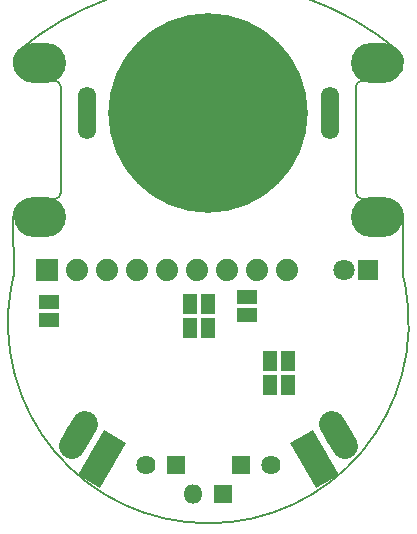
<source format=gbr>
G04 #@! TF.GenerationSoftware,KiCad,Pcbnew,5.0.0-rc2-dev-unknown-6866c0c~65~ubuntu18.04.1*
G04 #@! TF.CreationDate,2018-05-11T09:14:19+03:00*
G04 #@! TF.ProjectId,MiniBot_RevA,4D696E69426F745F526576412E6B6963,rev?*
G04 #@! TF.SameCoordinates,Original*
G04 #@! TF.FileFunction,Soldermask,Bot*
G04 #@! TF.FilePolarity,Negative*
%FSLAX46Y46*%
G04 Gerber Fmt 4.6, Leading zero omitted, Abs format (unit mm)*
G04 Created by KiCad (PCBNEW 5.0.0-rc2-dev-unknown-6866c0c~65~ubuntu18.04.1) date Fri May 11 09:14:19 2018*
%MOMM*%
%LPD*%
G01*
G04 APERTURE LIST*
%ADD10C,0.200000*%
%ADD11R,1.270000X1.701800*%
%ADD12O,1.625600X1.625600*%
%ADD13R,1.625600X1.625600*%
%ADD14C,1.625600*%
%ADD15O,1.510000X4.460000*%
%ADD16C,16.900000*%
%ADD17C,1.879600*%
%ADD18R,1.879600X1.879600*%
%ADD19C,2.200000*%
%ADD20C,2.200000*%
%ADD21O,4.400000X3.400000*%
%ADD22C,0.100000*%
%ADD23R,1.800000X1.800000*%
%ADD24C,1.800000*%
%ADD25R,1.701800X1.270000*%
G04 APERTURE END LIST*
D10*
X83890090Y-33990991D02*
G75*
G03X85000000Y-36500000I1109910J-1009009D01*
G01*
X87000000Y-36500000D02*
X85000000Y-36500000D01*
X87000000Y-36500000D02*
G75*
G02X87500000Y-37000000I0J-500000D01*
G01*
X87500000Y-46000000D02*
G75*
G02X87000000Y-46500000I-500000J0D01*
G01*
X87500000Y-37000000D02*
X87500000Y-46000000D01*
X83500000Y-48000000D02*
G75*
G02X85000000Y-46500000I1500000J0D01*
G01*
X85000000Y-46500000D02*
X87000000Y-46500000D01*
X83500000Y-48000000D02*
X83507351Y-53003128D01*
X83300001Y-54000001D02*
G75*
G03X83507351Y-53003128I-2292650J996873D01*
G01*
X116699999Y-54000001D02*
G75*
G02X83300001Y-54000001I-16699999J-2999999D01*
G01*
X83888575Y-33986445D02*
G75*
G02X116080000Y-33960000I16111425J-19113555D01*
G01*
X113000000Y-46500000D02*
G75*
G02X112500000Y-46000000I0J500000D01*
G01*
X112500000Y-37000000D02*
G75*
G02X113000000Y-36500000I500000J0D01*
G01*
X116085033Y-33964287D02*
G75*
G02X115000000Y-36500000I-1085033J-1035713D01*
G01*
X115000000Y-46500000D02*
G75*
G02X116500000Y-48000000I0J-1500000D01*
G01*
X116700158Y-54005537D02*
G75*
G02X116489021Y-53000000I2288863J1005537D01*
G01*
X116500000Y-48000000D02*
X116490000Y-53000000D01*
X113000000Y-46500000D02*
X115000000Y-46500000D01*
X112500000Y-37000000D02*
X112500000Y-46000000D01*
X115000000Y-36500000D02*
X113000000Y-36500000D01*
D11*
X98408600Y-57453600D03*
X99932600Y-57453600D03*
X99932600Y-57453600D03*
D12*
X98730000Y-71500000D03*
D13*
X101270000Y-71500000D03*
X102730000Y-69000000D03*
D14*
X105270000Y-69000000D03*
D13*
X97270000Y-69000000D03*
D14*
X94730000Y-69000000D03*
D15*
X89713000Y-39200000D03*
D16*
X100000000Y-39200000D03*
D15*
X110287000Y-39200000D03*
D17*
X106700000Y-52500000D03*
X101620000Y-52500000D03*
X104160000Y-52500000D03*
X99080000Y-52500000D03*
X96540000Y-52500000D03*
D18*
X86380000Y-52500000D03*
D17*
X88920000Y-52500000D03*
X91460000Y-52500000D03*
X94000000Y-52500000D03*
D19*
X89000000Y-66500000D03*
D20*
X89550000Y-65547372D02*
X88450000Y-67452628D01*
D21*
X85750000Y-35000000D03*
X114250000Y-35000000D03*
X114250000Y-48000000D03*
D19*
X109000000Y-68500000D03*
D22*
G36*
X106947372Y-67144744D02*
X108852628Y-66044744D01*
X111052628Y-69855256D01*
X109147372Y-70955256D01*
X106947372Y-67144744D01*
X106947372Y-67144744D01*
G37*
D19*
X91000000Y-68500000D03*
D22*
G36*
X91147372Y-66044744D02*
X93052628Y-67144744D01*
X90852628Y-70955256D01*
X88947372Y-69855256D01*
X91147372Y-66044744D01*
X91147372Y-66044744D01*
G37*
D19*
X111000000Y-66500000D03*
D20*
X110450000Y-65547372D02*
X111550000Y-67452628D01*
D23*
X113528700Y-52535680D03*
D24*
X111499240Y-52538220D03*
D11*
X99932600Y-55421600D03*
X99932600Y-55421600D03*
X98408600Y-55421600D03*
D25*
X86500000Y-55238000D03*
X86500000Y-56762000D03*
X86500000Y-56762000D03*
D21*
X85750000Y-48000000D03*
D25*
X103260000Y-56336000D03*
X103260000Y-56336000D03*
X103260000Y-54812000D03*
D11*
X105190400Y-60196800D03*
X106714400Y-60196800D03*
X106714400Y-60196800D03*
X106739800Y-62228800D03*
X106739800Y-62228800D03*
X105215800Y-62228800D03*
M02*

</source>
